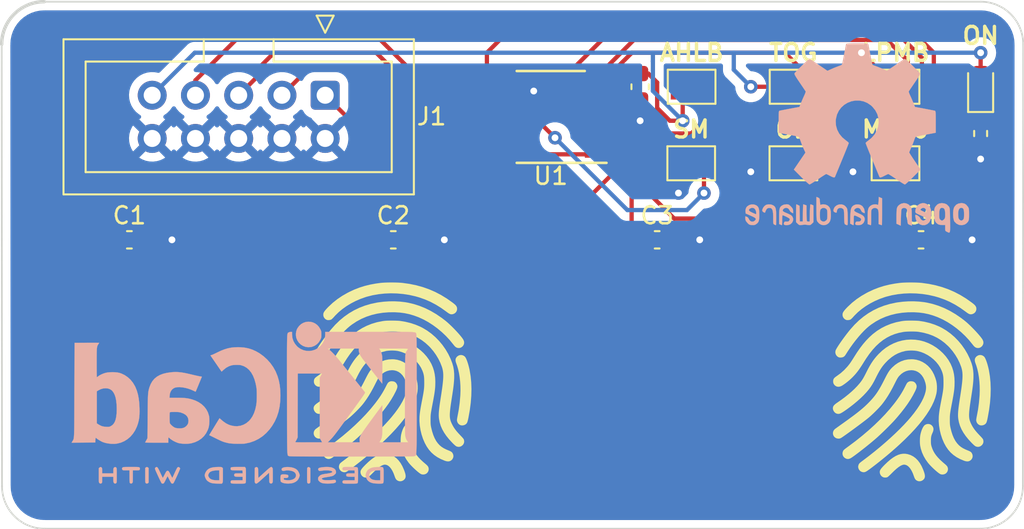
<source format=kicad_pcb>
(kicad_pcb (version 20211014) (generator pcbnew)
  (layers (0 "F.Cu" signal) (31 "B.Cu" signal) (34 "B.Paste" user) (35 "F.Paste" user) (36 "B.SilkS" user "B.Silkscreen") (37 "F.SilkS" user "F.Silkscreen") (38 "B.Mask" user) (39 "F.Mask" user) (44 "Edge.Cuts" user))
  (net 0 "")
  (net 1 "Pad_0")
  (net 2 "GND")
  (net 3 "Pad_1")
  (net 4 "Pad_2")
  (net 5 "Pad_3")
  (net 6 "+3V3")
  (net 7 "Net-(D1-Pad1)")
  (net 8 "Out_0")
  (net 9 "Out_1")
  (net 10 "Out_2")
  (net 11 "Out_3")
  (net 12 "Net-(JP1-Pad2)")
  (net 13 "Net-(JP2-Pad2)")
  (net 14 "Net-(JP3-Pad2)")
  (net 15 "Net-(JP4-Pad2)")
  (net 16 "Net-(JP5-Pad2)")
  (net 17 "Net-(JP6-Pad2)")
  (footprint "Capacitor_SMD:C_0603_1608Metric" (layer "F.Cu") (at 103 64)
    (fp_text reference "C2" (at 0 -1.43) (layer "F.SilkS"))
    (fp_text value "22pF")
    (pad "1" smd roundrect locked (at -0.775 0) (size 0.9 0.95) (layers "F.Cu" "F.Paste" "F.Mask") (net 3 "Pad_1"))
    (pad "2" smd roundrect locked (at 0.775 0) (size 0.9 0.95) (layers "F.Cu" "F.Paste" "F.Mask") (net 2 "GND"))
  )
  (footprint "Jumper:SolderJumper-2_P1.3mm_Open_TrianglePad1.0x1.5mm" (layer "F.Cu") (at 132.5 59.5)
    (fp_text reference "JP6" hide)
    (fp_text value " ")
    (pad "1" smd custom locked (at -0.725 0) (size 0.3 0.3) (layers "F.Cu" "F.Mask") (net 2 "GND") (options (clearance outline) (anchor rect)) (primitives (gr_poly (pts (xy 1 0) (xy 0.5 0.75) (xy -0.5 0.75) (xy -0.5 -0.75) (xy 0.5 -0.75)) (width 0) (fill yes))))
    (pad "2" smd custom locked (at 0.725 0) (size 0.3 0.3) (layers "F.Cu" "F.Mask") (net 17 "Net-(JP6-Pad2)") (options (clearance outline) (anchor rect)) (primitives (gr_poly (pts (xy 0.5 0.75) (xy -0.65 0.75) (xy -0.15 0) (xy -0.65 -0.75) (xy 0.5 -0.75)) (width 0) (fill yes))))
  )
  (footprint "Jumper:SolderJumper-2_P1.3mm_Open_TrianglePad1.0x1.5mm" (layer "F.Cu") (at 120.525 55)
    (fp_text reference "JP1" hide)
    (fp_text value " ")
    (pad "1" smd custom locked (at -0.725 0) (size 0.3 0.3) (layers "F.Cu" "F.Mask") (net 6 "+3V3") (options (clearance outline) (anchor rect)) (primitives (gr_poly (pts (xy 1 0) (xy 0.5 0.75) (xy -0.5 0.75) (xy -0.5 -0.75) (xy 0.5 -0.75)) (width 0) (fill yes))))
    (pad "2" smd custom locked (at 0.725 0) (size 0.3 0.3) (layers "F.Cu" "F.Mask") (net 12 "Net-(JP1-Pad2)") (options (clearance outline) (anchor rect)) (primitives (gr_poly (pts (xy 0.5 0.75) (xy -0.65 0.75) (xy -0.15 0) (xy -0.65 -0.75) (xy 0.5 -0.75)) (width 0) (fill yes))))
  )
  (footprint "Jumper:SolderJumper-2_P1.3mm_Open_TrianglePad1.0x1.5mm" (layer "F.Cu") (at 126.5125 55)
    (fp_text reference "JP2" hide)
    (fp_text value " ")
    (pad "1" smd custom locked (at -0.725 0) (size 0.3 0.3) (layers "F.Cu" "F.Mask") (net 6 "+3V3") (options (clearance outline) (anchor rect)) (primitives (gr_poly (pts (xy 1 0) (xy 0.5 0.75) (xy -0.5 0.75) (xy -0.5 -0.75) (xy 0.5 -0.75)) (width 0) (fill yes))))
    (pad "2" smd custom locked (at 0.725 0) (size 0.3 0.3) (layers "F.Cu" "F.Mask") (net 13 "Net-(JP2-Pad2)") (options (clearance outline) (anchor rect)) (primitives (gr_poly (pts (xy 0.5 0.75) (xy -0.65 0.75) (xy -0.15 0) (xy -0.65 -0.75) (xy 0.5 -0.75)) (width 0) (fill yes))))
  )
  (footprint "Resistor_SMD:R_0402_1005Metric" (layer "F.Cu") (at 137.5 57.75 90)
    (fp_text reference "R1" hide)
    (fp_text value "330")
    (pad "1" smd roundrect locked (at -0.51 0 90) (size 0.54 0.64) (layers "F.Cu" "F.Paste" "F.Mask") (net 2 "GND"))
    (pad "2" smd roundrect locked (at 0.51 0 90) (size 0.54 0.64) (layers "F.Cu" "F.Paste" "F.Mask") (net 7 "Net-(D1-Pad1)"))
  )
  (footprint "Capacitor_SMD:C_0603_1608Metric" (layer "F.Cu") (at 134 64)
    (fp_text reference "C4" (at 0 -1.43) (layer "F.SilkS"))
    (fp_text value "22pF")
    (pad "1" smd roundrect locked (at -0.775 0) (size 0.9 0.95) (layers "F.Cu" "F.Paste" "F.Mask") (net 5 "Pad_3"))
    (pad "2" smd roundrect locked (at 0.775 0) (size 0.9 0.95) (layers "F.Cu" "F.Paste" "F.Mask") (net 2 "GND"))
  )
  (footprint "Capacitor_SMD:C_0603_1608Metric" (layer "F.Cu") (at 87.5 64)
    (fp_text reference "C1" (at 0 -1.43) (layer "F.SilkS"))
    (fp_text value "22pF")
    (pad "1" smd roundrect locked (at -0.775 0) (size 0.9 0.95) (layers "F.Cu" "F.Paste" "F.Mask") (net 1 "Pad_0"))
    (pad "2" smd roundrect locked (at 0.775 0) (size 0.9 0.95) (layers "F.Cu" "F.Paste" "F.Mask") (net 2 "GND"))
  )
  (footprint "Jumper:SolderJumper-2_P1.3mm_Open_TrianglePad1.0x1.5mm" (layer "F.Cu") (at 126.5 59.5)
    (fp_text reference "JP5" hide)
    (fp_text value " ")
    (pad "1" smd custom locked (at -0.725 0) (size 0.3 0.3) (layers "F.Cu" "F.Mask") (net 2 "GND") (options (clearance outline) (anchor rect)) (primitives (gr_poly (pts (xy 1 0) (xy 0.5 0.75) (xy -0.5 0.75) (xy -0.5 -0.75) (xy 0.5 -0.75)) (width 0) (fill yes))))
    (pad "2" smd custom locked (at 0.725 0) (size 0.3 0.3) (layers "F.Cu" "F.Mask") (net 16 "Net-(JP5-Pad2)") (options (clearance outline) (anchor rect)) (primitives (gr_poly (pts (xy 0.5 0.75) (xy -0.65 0.75) (xy -0.15 0) (xy -0.65 -0.75) (xy 0.5 -0.75)) (width 0) (fill yes))))
  )
  (footprint "Package_SO:SSOP-16_3.9x4.9mm_P0.635mm" (layer "F.Cu") (at 112.25 56.75 180)
    (fp_text reference "U1" (at 0 -3.5) (layer "F.SilkS"))
    (fp_text value "TTP224B")
    (pad "1" smd rect locked (at -2.6 -2.2225 180) (size 1.2 0.4) (layers "F.Cu" "F.Paste" "F.Mask") (net 1 "Pad_0"))
    (pad "2" smd rect locked (at -2.6 -1.5875 180) (size 1.2 0.4) (layers "F.Cu" "F.Paste" "F.Mask") (net 3 "Pad_1"))
    (pad "3" smd rect locked (at -2.6 -0.9525 180) (size 1.2 0.4) (layers "F.Cu" "F.Paste" "F.Mask") (net 4 "Pad_2"))
    (pad "4" smd rect locked (at -2.6 -0.3175 180) (size 1.2 0.4) (layers "F.Cu" "F.Paste" "F.Mask") (net 5 "Pad_3"))
    (pad "5" smd rect locked (at -2.6 0.3175 180) (size 1.2 0.4) (layers "F.Cu" "F.Paste" "F.Mask") (net 12 "Net-(JP1-Pad2)"))
    (pad "6" smd rect locked (at -2.6 0.9525 180) (size 1.2 0.4) (layers "F.Cu" "F.Paste" "F.Mask") (net 6 "+3V3"))
    (pad "7" smd rect locked (at -2.6 1.5875 180) (size 1.2 0.4) (layers "F.Cu" "F.Paste" "F.Mask") (net 13 "Net-(JP2-Pad2)"))
    (pad "8" smd rect locked (at -2.6 2.2225 180) (size 1.2 0.4) (layers "F.Cu" "F.Paste" "F.Mask") (net 14 "Net-(JP3-Pad2)"))
    (pad "9" smd rect locked (at 2.6 2.2225 180) (size 1.2 0.4) (layers "F.Cu" "F.Paste" "F.Mask") (net 17 "Net-(JP6-Pad2)"))
    (pad "10" smd rect locked (at 2.6 1.5875 180) (size 1.2 0.4) (layers "F.Cu" "F.Paste" "F.Mask") (net 2 "GND"))
    (pad "11" smd rect locked (at 2.6 0.9525 180) (size 1.2 0.4) (layers "F.Cu" "F.Paste" "F.Mask") (net 16 "Net-(JP5-Pad2)"))
    (pad "12" smd rect locked (at 2.6 0.3175 180) (size 1.2 0.4) (layers "F.Cu" "F.Paste" "F.Mask") (net 15 "Net-(JP4-Pad2)"))
    (pad "13" smd rect locked (at 2.6 -0.3175 180) (size 1.2 0.4) (layers "F.Cu" "F.Paste" "F.Mask") (net 11 "Out_3"))
    (pad "14" smd rect locked (at 2.6 -0.9525 180) (size 1.2 0.4) (layers "F.Cu" "F.Paste" "F.Mask") (net 10 "Out_2"))
    (pad "15" smd rect locked (at 2.6 -1.5875 180) (size 1.2 0.4) (layers "F.Cu" "F.Paste" "F.Mask") (net 9 "Out_1"))
    (pad "16" smd rect locked (at 2.6 -2.2225 180) (size 1.2 0.4) (layers "F.Cu" "F.Paste" "F.Mask") (net 8 "Out_0"))
  )
  (footprint "Connector_IDC:IDC-Header_2x05_P2.54mm_Vertical" (layer "F.Cu") (at 99 55.5 -90)
    (fp_text reference "J1" (at 1.25 -6.25 180) (layer "F.SilkS"))
    (fp_text value "Conn_02x05")
    (pad "1" thru_hole roundrect locked (at 0 0 270) (size 1.7 1.7) (drill 1) (layers *.Cu *.Mask) (roundrect_rratio 0.1470588235) (net 8 "Out_0"))
    (pad "2" thru_hole circle locked (at 2.54 0 270) (size 1.7 1.7) (drill 1) (layers *.Cu *.Mask) (net 2 "GND"))
    (pad "3" thru_hole circle locked (at 0 2.54 270) (size 1.7 1.7) (drill 1) (layers *.Cu *.Mask) (net 9 "Out_1"))
    (pad "4" thru_hole circle locked (at 2.54 2.54 270) (size 1.7 1.7) (drill 1) (layers *.Cu *.Mask) (net 2 "GND"))
    (pad "5" thru_hole circle locked (at 0 5.08 270) (size 1.7 1.7) (drill 1) (layers *.Cu *.Mask) (net 10 "Out_2"))
    (pad "6" thru_hole circle locked (at 2.54 5.08 270) (size 1.7 1.7) (drill 1) (layers *.Cu *.Mask) (net 2 "GND"))
    (pad "7" thru_hole circle locked (at 0 7.62 270) (size 1.7 1.7) (drill 1) (layers *.Cu *.Mask) (net 11 "Out_3"))
    (pad "8" thru_hole circle locked (at 2.54 7.62 270) (size 1.7 1.7) (drill 1) (layers *.Cu *.Mask) (net 2 "GND"))
    (pad "9" thru_hole circle locked (at 0 10.16 270) (size 1.7 1.7) (drill 1) (layers *.Cu *.Mask) (net 6 "+3V3"))
    (pad "10" thru_hole circle locked (at 2.54 10.16 270) (size 1.7 1.7) (drill 1) (layers *.Cu *.Mask) (net 2 "GND"))
  )
  (footprint "TouchPads:FingerPrint_Pad_Silk" (layer "F.Cu") (at 103 72.25)
    (fp_text reference "H2" hide)
    (fp_text value "Pad" hide)
    (pad "1" smd oval (at 0 0.5) (size 10.5 13.25) (layers "F.Cu") (net 3 "Pad_1"))
  )
  (footprint "Jumper:SolderJumper-2_P1.3mm_Open_TrianglePad1.0x1.5mm" (layer "F.Cu") (at 132.5 55)
    (fp_text reference "JP3" hide)
    (fp_text value " ")
    (pad "1" smd custom locked (at -0.725 0) (size 0.3 0.3) (layers "F.Cu" "F.Mask") (net 6 "+3V3") (options (clearance outline) (anchor rect)) (primitives (gr_poly (pts (xy 1 0) (xy 0.5 0.75) (xy -0.5 0.75) (xy -0.5 -0.75) (xy 0.5 -0.75)) (width 0) (fill yes))))
    (pad "2" smd custom locked (at 0.725 0) (size 0.3 0.3) (layers "F.Cu" "F.Mask") (net 14 "Net-(JP3-Pad2)") (options (clearance outline) (anchor rect)) (primitives (gr_poly (pts (xy 0.5 0.75) (xy -0.65 0.75) (xy -0.15 0) (xy -0.65 -0.75) (xy 0.5 -0.75)) (width 0) (fill yes))))
  )
  (footprint "Jumper:SolderJumper-2_P1.3mm_Open_TrianglePad1.0x1.5mm" (layer "F.Cu") (at 120.5 59.5)
    (fp_text reference "JP4" hide)
    (fp_text value " ")
    (pad "1" smd custom locked (at -0.725 0) (size 0.3 0.3) (layers "F.Cu" "F.Mask") (net 2 "GND") (options (clearance outline) (anchor rect)) (primitives (gr_poly (pts (xy 1 0) (xy 0.5 0.75) (xy -0.5 0.75) (xy -0.5 -0.75) (xy 0.5 -0.75)) (width 0) (fill yes))))
    (pad "2" smd custom locked (at 0.725 0) (size 0.3 0.3) (layers "F.Cu" "F.Mask") (net 15 "Net-(JP4-Pad2)") (options (clearance outline) (anchor rect)) (primitives (gr_poly (pts (xy 0.5 0.75) (xy -0.65 0.75) (xy -0.15 0) (xy -0.65 -0.75) (xy 0.5 -0.75)) (width 0) (fill yes))))
  )
  (footprint "TouchPads:FingerPrint_Pad_Silk" (layer "F.Cu") (at 133.5 72.25)
    (fp_text reference "H4" hide)
    (fp_text value "Pad" hide)
    (pad "1" smd oval (at 0 0.5) (size 10.5 13.25) (layers "F.Cu") (net 5 "Pad_3"))
  )
  (footprint "TouchPads:FingerPrint_Pad_SolderMask" (layer "F.Cu") (at 87.5 72.75)
    (fp_text reference "H1" hide)
    (fp_text value "Pad" hide)
    (pad "1" smd oval (at 0 0) (size 10.5 13.25) (layers "F.Cu") (net 1 "Pad_0"))
  )
  (footprint "Capacitor_SMD:C_0603_1608Metric" (layer "F.Cu") (at 117.5 55 -90)
    (fp_text reference "C5" hide)
    (fp_text value "10u")
    (pad "1" smd roundrect locked (at -0.775 0 270) (size 0.9 0.95) (layers "F.Cu" "F.Paste" "F.Mask") (net 6 "+3V3"))
    (pad "2" smd roundrect locked (at 0.775 0 270) (size 0.9 0.95) (layers "F.Cu" "F.Paste" "F.Mask") (net 2 "GND"))
  )
  (footprint "Capacitor_SMD:C_0603_1608Metric" (layer "F.Cu") (at 118.5 64)
    (fp_text reference "C3" (at 0 -1.43) (layer "F.SilkS"))
    (fp_text value "22pF")
    (pad "1" smd roundrect locked (at -0.775 0) (size 0.9 0.95) (layers "F.Cu" "F.Paste" "F.Mask") (net 4 "Pad_2"))
    (pad "2" smd roundrect locked (at 0.775 0) (size 0.9 0.95) (layers "F.Cu" "F.Paste" "F.Mask") (net 2 "GND"))
  )
  (footprint "LED_SMD:LED_0603_1608Metric" (layer "F.Cu") (at 137.5 55 90)
    (fp_text reference "D1" hide)
    (fp_text value "LED")
    (pad "1" smd roundrect locked (at -0.7875 0 90) (size 0.875 0.95) (layers "F.Cu" "F.Paste" "F.Mask") (net 7 "Net-(D1-Pad1)"))
    (pad "2" smd roundrect locked (at 0.7875 0 90) (size 0.875 0.95) (layers "F.Cu" "F.Paste" "F.Mask") (net 6 "+3V3"))
  )
  (footprint "TouchPads:FingerPrint_Pad_SolderMask" (layer "F.Cu") (at 118.5 72.75)
    (fp_text reference "H3" hide)
    (fp_text value "Pad" hide)
    (pad "1" smd oval (at 0 0) (size 10.5 13.25) (layers "F.Cu") (net 4 "Pad_2"))
  )
  (footprint "Symbol:OSHW-Logo2_14.6x12mm_SilkScreen" (layer "B.Cu") (at 130.25 58 180)
    (fp_text reference "REF**" hide)
    (fp_text value "OSHW-Logo2_14.6x12mm_SilkScreen" hide)
  )
  (footprint "Symbol:KiCad-Logo2_8mm_SilkScreen" (layer "B.Cu") (at 94.25 72.75 180)
    (fp_text reference "REF**" hide)
    (fp_text value "KiCad-Logo2_8mm_SilkScreen" hide)
  )
  (gr_arc (start 139.982233 78.482233) (mid 139.25 80.25) (end 137.482233 80.982233) (layer "Edge.Cuts") (width 0.1))
  (gr_arc (start 137.5 50) (mid 139.267767 50.732233) (end 140 52.5) (layer "Edge.Cuts") (width 0.1))
  (gr_arc (start 82.517767 80.982233) (mid 80.75 80.25) (end 80.017767 78.482233) (layer "Edge.Cuts") (width 0.1))
  (gr_line (start 139.982233 78.482233) (end 140 52.5) (layer "Edge.Cuts") (width 0.1))
  (gr_arc (start 80 52.5) (mid 80.732233 50.732233) (end 82.5 50) (layer "Edge.Cuts") (width 0.2))
  (gr_line (start 82.517767 80.982233) (end 137.482233 80.982233) (layer "Edge.Cuts") (width 0.1))
  (gr_line (start 80 52.5) (end 80.017767 78.482233) (layer "Edge.Cuts") (width 0.1))
  (gr_line (start 137.5 50) (end 82.5 50) (layer "Edge.Cuts") (width 0.1))
  (gr_text "ON" (at 137.5 52) (layer "F.SilkS") (effects (font (size 1 1) (thickness 0.2))))
  (gr_text "MOT0" (at 132.5 57.5) (layer "F.SilkS") (effects (font (size 1 1) (thickness 0.2))))
  (gr_text "AHLB" (at 120.525 53) (layer "F.SilkS") (effects (font (size 1 1) (thickness 0.2))))
  (gr_text "LPMB" (at 132.5 53) (layer "F.SilkS") (effects (font (size 1 1) (thickness 0.2))))
  (gr_text "TOG" (at 126.5 53) (layer "F.SilkS") (effects (font (size 1 1) (thickness 0.2))))
  (gr_text "OD" (at 126.5 57.5) (layer "F.SilkS") (effects (font (size 1 1) (thickness 0.2))))
  (gr_text "SM" (at 120.5 57.5) (layer "F.SilkS") (effects (font (size 1 1) (thickness 0.2))))
  (segment (start 112.0275 58.9725) (end 109 62) (width 0.25) (layer "F.Cu") (net 1))
  (segment (start 86.725 71.975) (end 87.5 72.75) (width 0.25) (layer "F.Cu") (net 1))
  (segment (start 88.725 62) (end 86.725 64) (width 0.25) (layer "F.Cu") (net 1))
  (segment (start 86.725 64) (end 86.725 71.975) (width 0.25) (layer "F.Cu") (net 1))
  (segment (start 114.85 58.9725) (end 112.0275 58.9725) (width 0.25) (layer "F.Cu") (net 1))
  (segment (start 109 62) (end 88.725 62) (width 0.25) (layer "F.Cu") (net 1))
  (segment (start 130.5 59.5) (end 130 60) (width 0.25) (layer "F.Cu") (net 2))
  (segment (start 137.5 58.26) (end 137.5 59.25) (width 0.25) (layer "F.Cu") (net 2))
  (segment (start 119.75 59.525) (end 119.775 59.5) (width 0.25) (layer "F.Cu") (net 2))
  (segment (start 117.5 55.775) (end 117.5 57) (width 0.25) (layer "F.Cu") (net 2))
  (segment (start 125.775 59.5) (end 124.5 59.5) (width 0.25) (layer "F.Cu") (net 2))
  (segment (start 119.275 64) (end 121 64) (width 0.25) (layer "F.Cu") (net 2))
  (segment (start 124.5 59.5) (end 124 60) (width 0.25) (layer "F.Cu") (net 2))
  (segment (start 88.275 64) (end 90 64) (width 0.25) (layer "F.Cu") (net 2))
  (segment (start 109.7395 55.252) (end 109.65 55.1625) (width 0.25) (layer "F.Cu") (net 2))
  (segment (start 103.775 64) (end 106 64) (width 0.25) (layer "F.Cu") (net 2))
  (segment (start 134.775 64) (end 137 64) (width 0.25) (layer "F.Cu") (net 2))
  (segment (start 131.775 59.5) (end 130.5 59.5) (width 0.25) (layer "F.Cu") (net 2))
  (segment (start 119.75 61.25) (end 119.75 59.525) (width 0.25) (layer "F.Cu") (net 2))
  (segment (start 111.25 55.252) (end 109.7395 55.252) (width 0.25) (layer "F.Cu") (net 2))
  (via (at 119.75 61.25) (size 0.8) (drill 0.4) (layers "F.Cu" "B.Cu") (net 2))
  (via (at 121 64) (size 0.8) (drill 0.4) (layers "F.Cu" "B.Cu") (net 2))
  (via (at 130 60) (size 0.8) (drill 0.4) (layers "F.Cu" "B.Cu") (net 2))
  (via (at 111.25 55.252) (size 0.8) (drill 0.4) (layers "F.Cu" "B.Cu") (net 2))
  (via (at 106 64) (size 0.8) (drill 0.4) (layers "F.Cu" "B.Cu") (net 2))
  (via (at 137 64) (size 0.8) (drill 0.4) (layers "F.Cu" "B.Cu") (net 2))
  (via (at 137.5 59.25) (size 0.8) (drill 0.4) (layers "F.Cu" "B.Cu") (net 2))
  (via (at 117.5 57) (size 0.8) (drill 0.4) (layers "F.Cu" "B.Cu") (net 2))
  (via (at 124 60) (size 0.8) (drill 0.4) (layers "F.Cu" "B.Cu") (net 2))
  (via (at 90 64) (size 0.8) (drill 0.4) (layers "F.Cu" "B.Cu") (net 2))
  (segment (start 102.225 71.975) (end 103 72.75) (width 0.25) (layer "F.Cu") (net 3))
  (segment (start 116 58.6375) (end 116 60) (width 0.25) (layer "F.Cu") (net 3))
  (segment (start 103.225 63) (end 102.225 64) (width 0.25) (layer "F.Cu") (net 3))
  (segment (start 114.85 58.3375) (end 115.7 58.3375) (width 0.25) (layer "F.Cu") (net 3))
  (segment (start 113 63) (end 103.225 63) (width 0.25) (layer "F.Cu") (net 3))
  (segment (start 115.7 58.3375) (end 116 58.6375) (width 0.25) (layer "F.Cu") (net 3))
  (segment (start 102.225 64) (end 102.225 71.975) (width 0.25) (layer "F.Cu") (net 3))
  (segment (start 116 60) (end 113 63) (width 0.25) (layer "F.Cu") (net 3))
  (segment (start 114.85 57.7025) (end 115.700717 57.7025) (width 0.25) (layer "F.Cu") (net 4))
  (segment (start 117.725 64) (end 117.725 71.975) (width 0.25) (layer "F.Cu") (net 4))
  (segment (start 117 59.001783) (end 117 63.275) (width 0.25) (layer "F.Cu") (net 4))
  (segment (start 117 63.275) (end 117.725 64) (width 0.25) (layer "F.Cu") (net 4))
  (segment (start 117.725 71.975) (end 118.5 72.75) (width 0.25) (layer "F.Cu") (net 4))
  (segment (start 115.700717 57.7025) (end 117 59.001783) (width 0.25) (layer "F.Cu") (net 4))
  (segment (start 133.225 64) (end 133.225 71.975) (width 0.25) (layer "F.Cu") (net 5))
  (segment (start 133.225 71.975) (end 134 72.75) (width 0.25) (layer "F.Cu") (net 5))
  (segment (start 114.85 57.0675) (end 115.701435 57.0675) (width 0.25) (layer "F.Cu") (net 5))
  (segment (start 119.5 62.75) (end 132.75 62.75) (width 0.25) (layer "F.Cu") (net 5))
  (segment (start 115.701435 57.0675) (end 118 59.366065) (width 0.25) (layer "F.Cu") (net 5))
  (segment (start 118 59.366065) (end 118 61.25) (width 0.25) (layer "F.Cu") (net 5))
  (segment (start 132.75 62.75) (end 133.225 63.225) (width 0.25) (layer "F.Cu") (net 5))
  (segment (start 118 61.25) (end 119.5 62.75) (width 0.25) (layer "F.Cu") (net 5))
  (segment (start 133.225 63.225) (end 133.225 64) (width 0.25) (layer "F.Cu") (net 5))
  (segment (start 117.975 54.225) (end 118.5 54.75) (width 0.25) (layer "F.Cu") (net 6))
  (segment (start 119.25 57) (end 120 57) (width 0.25) (layer "F.Cu") (net 6))
  (segment (start 117.5 54.225) (end 117.975 54.225) (width 0.25) (layer "F.Cu") (net 6))
  (segment (start 120 55.2) (end 119.8 55) (width 0.25) (layer "F.Cu") (net 6))
  (segment (start 120 57) (end 120 55.2) (width 0.25) (layer "F.Cu") (net 6))
  (segment (start 118.5 56.25) (end 119.25 57) (width 0.25) (layer "F.Cu") (net 6))
  (segment (start 115.9275 55.7975) (end 117.5 54.225) (width 0.25) (layer "F.Cu") (net 6))
  (segment (start 124 55) (end 125.7875 55) (width 0.25) (layer "F.Cu") (net 6))
  (segment (start 118.5 54.75) (end 118.5 56.25) (width 0.25) (layer "F.Cu") (net 6))
  (segment (start 137.5 53) (end 137.5 54.2125) (width 0.25) (layer "F.Cu") (net 6))
  (segment (start 131.775 54.275) (end 131.775 55) (width 0.25) (layer "F.Cu") (net 6))
  (segment (start 114.85 55.7975) (end 115.9275 55.7975) (width 0.25) (layer "F.Cu") (net 6))
  (segment (start 130.5 53) (end 131.775 54.275) (width 0.25) (layer "F.Cu") (net 6))
  (via (at 120 57) (size 0.8) (drill 0.4) (layers "F.Cu" "B.Cu") (net 6))
  (via (at 137.5 53) (size 0.8) (drill 0.4) (layers "F.Cu" "B.Cu") (net 6))
  (via (at 130.5 53) (size 0.8) (drill 0.4) (layers "F.Cu" "B.Cu") (net 6))
  (via (at 124 55) (size 0.8) (drill 0.4) (layers "F.Cu" "B.Cu") (net 6))
  (segment (start 123 54) (end 124 55) (width 0.25) (layer "B.Cu") (net 6))
  (segment (start 130.5 53) (end 137.5 53) (width 0.25) (layer "B.Cu") (net 6))
  (segment (start 118.25 55.25) (end 120 57) (width 0.25) (layer "B.Cu") (net 6))
  (segment (start 91.34 53) (end 116.75 53) (width 0.25) (layer "B.Cu") (net 6))
  (segment (start 118.25 53) (end 118.25 53.5) (width 0.25) (layer "B.Cu") (net 6))
  (segment (start 116.75 53) (end 118.25 53) (width 0.25) (layer "B.Cu") (net 6))
  (segment (start 118.25 53.5) (end 118.25 55.25) (width 0.25) (layer "B.Cu") (net 6))
  (segment (start 88.84 55.5) (end 91.34 53) (width 0.25) (layer "B.Cu") (net 6))
  (segment (start 123 53) (end 123 54) (width 0.25) (layer "B.Cu") (net 6))
  (segment (start 123 53) (end 130.5 53) (width 0.25) (layer "B.Cu") (net 6))
  (segment (start 118.25 53) (end 123 53) (width 0.25) (layer "B.Cu") (net 6))
  (segment (start 137.5 55.7875) (end 137.5 57.24) (width 0.25) (layer "F.Cu") (net 7))
  (segment (start 109.65 58.9725) (end 102.4725 58.9725) (width 0.25) (layer "F.Cu") (net 8))
  (segment (start 102.4725 58.9725) (end 99 55.5) (width 0.25) (layer "F.Cu") (net 8))
  (segment (start 97.96 54) (end 96.46 55.5) (width 0.25) (layer "F.Cu") (net 9))
  (segment (start 109.65 58.3375) (end 105.3375 58.3375) (width 0.25) (layer "F.Cu") (net 9))
  (segment (start 105.3375 58.3375) (end 101 54) (width 0.25) (layer "F.Cu") (net 9))
  (segment (start 101 54) (end 97.96 54) (width 0.25) (layer "F.Cu") (net 9))
  (segment (start 106.7025 57.7025) (end 102 53) (width 0.25) (layer "F.Cu") (net 10))
  (segment (start 96 53) (end 95 54) (width 0.25) (layer "F.Cu") (net 10))
  (segment (start 102 53) (end 96 53) (width 0.25) (layer "F.Cu") (net 10))
  (segment (start 109.65 57.7025) (end 106.7025 57.7025) (width 0.25) (layer "F.Cu") (net 10))
  (segment (start 95 54) (end 95 54.42) (width 0.25) (layer "F.Cu") (net 10))
  (segment (start 95 54.42) (end 93.92 55.5) (width 0.25) (layer "F.Cu") (net 10))
  (segment (start 94 52) (end 91.38 54.62) (width 0.25) (layer "F.Cu") (net 11))
  (segment (start 102 52) (end 94 52) (width 0.25) (layer "F.Cu") (net 11))
  (segment (start 91.38 54.62) (end 91.38 55.5) (width 0.25) (layer "F.Cu") (net 11))
  (segment (start 109.65 57.0675) (end 107.0675 57.0675) (width 0.25) (layer "F.Cu") (net 11))
  (segment (start 107.0675 57.0675) (end 102 52) (width 0.25) (layer "F.Cu") (net 11))
  (segment (start 115.702153 56.4325) (end 117.019653 57.75) (width 0.25) (layer "F.Cu") (net 12))
  (segment (start 121.25 57) (end 121.25 55) (width 0.25) (layer "F.Cu") (net 12))
  (segment (start 114.85 56.4325) (end 115.702153 56.4325) (width 0.25) (layer "F.Cu") (net 12))
  (segment (start 117.019653 57.75) (end 120.5 57.75) (width 0.25) (layer "F.Cu") (net 12))
  (segment (start 120.5 57.75) (end 121.25 57) (width 0.25) (layer "F.Cu") (net 12))
  (segment (start 117.013218 53) (end 126 53) (width 0.25) (layer "F.Cu") (net 13))
  (segment (start 116 54.826522) (end 116 54.013218) (width 0.25) (layer "F.Cu") (net 13))
  (segment (start 116 54.013218) (end 117.013218 53) (width 0.25) (layer "F.Cu") (net 13))
  (segment (start 115.664022 55.1625) (end 116 54.826522) (width 0.25) (layer "F.Cu") (net 13))
  (segment (start 114.85 55.1625) (end 115.664022 55.1625) (width 0.25) (layer "F.Cu") (net 13))
  (segment (start 127.2375 54.2375) (end 127.2375 55) (width 0.25) (layer "F.Cu") (net 13))
  (segment (start 126 53) (end 127.2375 54.2375) (width 0.25) (layer "F.Cu") (net 13))
  (segment (start 117.1275 52.25) (end 132 52.25) (width 0.25) (layer "F.Cu") (net 14))
  (segment (start 133.225 53.475) (end 133.225 55) (width 0.25) (layer "F.Cu") (net 14))
  (segment (start 114.85 54.5275) (end 117.1275 52.25) (width 0.25) (layer "F.Cu") (net 14))
  (segment (start 132 52.25) (end 133.225 53.475) (width 0.25) (layer "F.Cu") (net 14))
  (segment (start 121.25 61.25) (end 121.25 59.525) (width 0.25) (layer "F.Cu") (net 15))
  (segment (start 109.65 56.4325) (end 110.9325 56.4325) (width 0.25) (layer "F.Cu") (net 15))
  (segment (start 110.9325 56.4325) (end 112.5 58) (width 0.25) (layer "F.Cu") (net 15))
  (segment (start 121.25 59.525) (end 121.225 59.5) (width 0.25) (layer "F.Cu") (net 15))
  (via (at 121.25 61.25) (size 0.8) (drill 0.4) (layers "F.Cu" "B.Cu") (net 15))
  (via (at 112.5 58) (size 0.8) (drill 0.4) (layers "F.Cu" "B.Cu") (net 15))
  (segment (start 120.25 62.25) (end 121.25 61.25) (width 0.25) (layer "B.Cu") (net 15))
  (segment (start 116.75 62.25) (end 120.25 62.25) (width 0.25) (layer "B.Cu") (net 15))
  (segment (start 112.5 58) (end 116.75 62.25) (width 0.25) (layer "B.Cu") (net 15))
  (segment (start 108.5 53) (end 108.5 55.461522) (width 0.25) (layer "F.Cu") (net 16))
  (segment (start 132.75 51) (end 110.5 51) (width 0.25) (layer "F.Cu") (net 16))
  (segment (start 128.725 61) (end 134 61) (width 0.25) (layer "F.Cu") (net 16))
  (segment (start 110.5 51) (end 108.5 53) (width 0.25) (layer "F.Cu") (net 16))
  (segment (start 108.835978 55.7975) (end 109.65 55.7975) (width 0.25) (layer "F.Cu") (net 16))
  (segment (start 134 61) (end 134.75 60.25) (width 0.25) (layer "F.Cu") (net 16))
  (segment (start 134.75 60.25) (end 134.75 53) (width 0.25) (layer "F.Cu") (net 16))
  (segment (start 127.225 59.5) (end 128.725 61) (width 0.25) (layer "F.Cu") (net 16))
  (segment (start 108.5 55.461522) (end 108.835978 55.7975) (width 0.25) (layer "F.Cu") (net 16))
  (segment (start 134.75 53) (end 132.75 51) (width 0.25) (layer "F.Cu") (net 16))
  (segment (start 132.5 51.75) (end 134.04952 53.29952) (width 0.25) (layer "F.Cu") (net 17))
  (segment (start 134.04952 53.29952) (end 134.04952 58.67548) (width 0.25) (layer "F.Cu") (net 17))
  (segment (start 109.65 54.5275) (end 112.9725 54.5275) (width 0.25) (layer "F.Cu") (net 17))
  (segment (start 112.9725 54.5275) (end 115.75 51.75) (width 0.25) (layer "F.Cu") (net 17))
  (segment (start 109.65 54.5275) (end 109.2775 54.5275) (width 0.25) (layer "F.Cu") (net 17))
  (segment (start 115.75 51.75) (end 132.5 51.75) (width 0.25) (layer "F.Cu") (net 17))
  (segment (start 134.04952 58.67548) (end 133.225 59.5) (width 0.25) (layer "F.Cu") (net 17))
  (zone (net 2) (net_name "GND") (layer "B.Cu") (connect_pads (clearance 0.508)) (min_thickness 0.254) (fill yes (thermal_gap 0.508) (thermal_bridge_width 0.508))
    (polygon (pts (xy 140 81) (xy 80 81) (xy 80 50) (xy 140 50)))
  )
)
</source>
